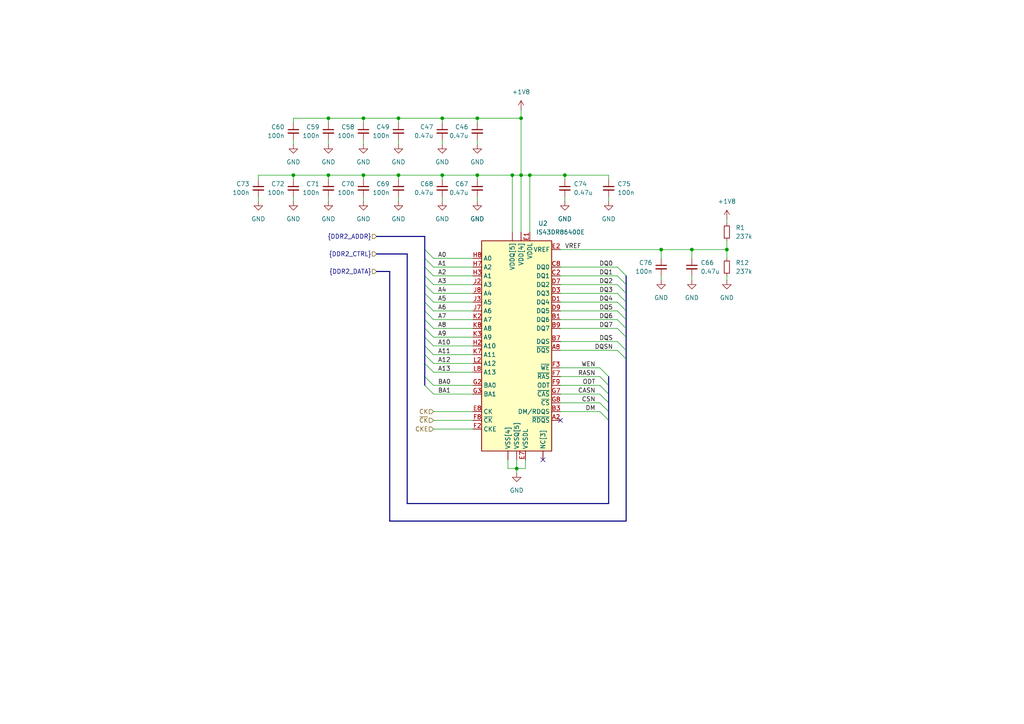
<source format=kicad_sch>
(kicad_sch (version 20231120) (generator "eeschema") (generator_version "8.0")
  (paper "A4")
  (title_block (title "${Project Designation}") (date "2024-06-30") (rev "${Revision}") (comment 1 "${Project Title}") (comment 2 "SRAM") (comment 3 "${Part Number}"))
  (lib_symbols
    (symbol "Device:C_Small" (pin_numbers hide) (pin_names (offset 0.254) hide)
      (property "Reference" "C" (at 0.254 1.778 0))
      (property "Value" "C_Small" (at 0.254 -2.032 0))
      (symbol "C_Small_0_1"
        (polyline (pts (xy -1.524 -0.508) (xy 1.524 -0.508)) (stroke (width 0.3302)))
        (polyline (pts (xy -1.524 0.508) (xy 1.524 0.508)) (stroke (width 0.3048)))
      )
      (symbol "C_Small_1_1"
        (pin passive line (at 0 2.54 270) (length 2.032) (name "~") (number "1"))
        (pin passive line (at 0 -2.54 90) (length 2.032) (name "~") (number "2"))
      )
    )
    (symbol "Device:R_Small" (pin_numbers hide) (pin_names (offset 0.254) hide)
      (property "Reference" "R" (at 0.762 0.508 0))
      (property "Value" "R_Small" (at 0.762 -1.016 0))
      (symbol "R_Small_0_1"
        (rectangle (start -0.762 1.778) (end 0.762 -1.778) (stroke (width 0.2032)))
      )
      (symbol "R_Small_1_1"
        (pin passive line (at 0 2.54 270) (length 0.762) (name "~") (number "1"))
        (pin passive line (at 0 -2.54 90) (length 0.762) (name "~") (number "2"))
      )
    )
    (symbol "ECAP5-BSOM:IS43DR86400E"
      (property "Reference" "U" (at -10.16 30.48 0))
      (property "Value" "IS43DR86400E" (at 4.826 30.48 0))
      (symbol "IS43DR86400E_0_0"
        (pin input line (at 7.62 -34.29 90) (length 2.54) (name "NC[3]") (number ""))
        (pin input line (at -1.27 31.75 270) (length 2.54) (name "VDDQ[5]") (number ""))
        (pin input line (at 1.27 31.75 270) (length 2.54) (name "VDD[4]") (number ""))
        (pin input line (at 0 -34.29 90) (length 2.54) (name "VSSQ[5]") (number ""))
        (pin input line (at -2.54 -34.29 90) (length 2.54) (name "VSS[4]") (number ""))
        (pin input line (at 1.27 31.75 270) (length 2.54) hide (name "VDD") (number "A1"))
        (pin input line (at 12.7 -22.86 180) (length 2.54) (name "~{RDQS}") (number "A2"))
        (pin input line (at -2.54 -34.29 90) (length 2.54) hide (name "VSS") (number "A3"))
        (pin input line (at 0 -34.29 90) (length 2.54) hide (name "VSSQ") (number "A7"))
        (pin input line (at 12.7 -2.54 180) (length 2.54) (name "~{DQS}") (number "A8"))
        (pin input line (at -1.27 31.75 270) (length 2.54) hide (name "VDDQ") (number "A9"))
        (pin input line (at 12.7 6.35 180) (length 2.54) (name "DQ6") (number "B1"))
        (pin input line (at 0 -34.29 90) (length 2.54) hide (name "VSSQ") (number "B2"))
        (pin input line (at 12.7 -20.32 180) (length 2.54) (name "DM/RDQS") (number "B3"))
        (pin input line (at 12.7 0 180) (length 2.54) (name "DQS") (number "B7"))
        (pin input line (at 0 -34.29 90) (length 2.54) hide (name "VSSQ") (number "B8"))
        (pin input line (at 12.7 3.81 180) (length 2.54) (name "DQ7") (number "B9"))
        (pin input line (at -1.27 31.75 270) (length 2.54) hide (name "VDDQ") (number "C1"))
        (pin input line (at 12.7 19.05 180) (length 2.54) (name "DQ1") (number "C2"))
        (pin input line (at -1.27 31.75 270) (length 2.54) hide (name "VDDQ") (number "C3"))
        (pin input line (at -1.27 31.75 270) (length 2.54) hide (name "VDDQ") (number "C7"))
        (pin input line (at 12.7 21.59 180) (length 2.54) (name "DQ0") (number "C8"))
        (pin input line (at -1.27 31.75 270) (length 2.54) hide (name "VDDQ") (number "C9"))
        (pin input line (at 12.7 11.43 180) (length 2.54) (name "DQ4") (number "D1"))
        (pin input line (at 0 -34.29 90) (length 2.54) hide (name "VSSQ") (number "D2"))
        (pin input line (at 12.7 13.97 180) (length 2.54) (name "DQ3") (number "D3"))
        (pin input line (at 12.7 16.51 180) (length 2.54) (name "DQ2") (number "D7"))
        (pin input line (at 0 -34.29 90) (length 2.54) hide (name "VSSQ") (number "D8"))
        (pin input line (at 12.7 8.89 180) (length 2.54) (name "DQ5") (number "D9"))
        (pin input line (at 3.81 31.75 270) (length 2.54) (name "VDDL") (number "E1"))
        (pin input line (at 12.7 26.67 180) (length 2.54) (name "VREF") (number "E2"))
        (pin input line (at -2.54 -34.29 90) (length 2.54) hide (name "VSS") (number "E3"))
        (pin input line (at 2.54 -34.29 90) (length 2.54) (name "VSSDL") (number "E7"))
        (pin input line (at -12.7 -20.32 0) (length 2.54) (name "CK") (number "E8"))
        (pin input line (at 1.27 31.75 270) (length 2.54) hide (name "VDD") (number "E9"))
        (pin input line (at -12.7 -25.4 0) (length 2.54) (name "CKE") (number "F2"))
        (pin input line (at 12.7 -7.62 180) (length 2.54) (name "~{WE}") (number "F3"))
        (pin input line (at 12.7 -10.16 180) (length 2.54) (name "~{RAS}") (number "F7"))
        (pin input line (at -12.7 -22.86 0) (length 2.54) (name "~{CK}") (number "F8"))
        (pin input line (at 12.7 -12.7 180) (length 2.54) (name "ODT") (number "F9"))
        (pin input line (at 7.62 -34.29 90) (length 2.54) hide (name "NC") (number "G1"))
        (pin input line (at -12.7 -12.7 0) (length 2.54) (name "BA0") (number "G2"))
        (pin input line (at -12.7 -15.24 0) (length 2.54) (name "BA1") (number "G3"))
        (pin input line (at 12.7 -15.24 180) (length 2.54) (name "~{CAS}") (number "G7"))
        (pin input line (at 12.7 -17.78 180) (length 2.54) (name "~{CS}") (number "G8"))
        (pin input line (at -12.7 -1.27 0) (length 2.54) (name "A10") (number "H2"))
        (pin input line (at -12.7 19.05 0) (length 2.54) (name "A1") (number "H3"))
        (pin input line (at -12.7 21.59 0) (length 2.54) (name "A2") (number "H7"))
        (pin input line (at -12.7 24.13 0) (length 2.54) (name "A0") (number "H8"))
        (pin input line (at 1.27 31.75 270) (length 2.54) hide (name "VDD") (number "H9"))
        (pin input line (at -2.54 -34.29 90) (length 2.54) hide (name "VSS") (number "J1"))
        (pin input line (at -12.7 16.51 0) (length 2.54) (name "A3") (number "J2"))
        (pin input line (at -12.7 11.43 0) (length 2.54) (name "A5") (number "J3"))
        (pin input line (at -12.7 8.89 0) (length 2.54) (name "A6") (number "J7"))
        (pin input line (at -12.7 13.97 0) (length 2.54) (name "A4") (number "J8"))
        (pin input line (at -12.7 6.35 0) (length 2.54) (name "A7") (number "K2"))
        (pin input line (at -12.7 1.27 0) (length 2.54) (name "A9") (number "K3"))
        (pin input line (at -12.7 -3.81 0) (length 2.54) (name "A11") (number "K7"))
        (pin input line (at -12.7 3.81 0) (length 2.54) (name "A8") (number "K8"))
        (pin input line (at -2.54 -34.29 90) (length 2.54) hide (name "VSS") (number "K9"))
        (pin input line (at 1.27 31.75 270) (length 2.54) hide (name "VDD") (number "L1"))
        (pin input line (at -12.7 -6.35 0) (length 2.54) (name "A12") (number "L2"))
        (pin input line (at 7.62 -34.29 90) (length 2.54) hide (name "NC") (number "L3"))
        (pin input line (at 7.62 -34.29 90) (length 2.54) hide (name "NC") (number "L7"))
        (pin input line (at -12.7 -8.89 0) (length 2.54) (name "A13") (number "L8"))
      )
      (symbol "IS43DR86400E_0_1"
        (rectangle (start -10.16 29.21) (end 10.16 -31.75) (stroke (width 0.254)) (fill (type background)))
      )
    )
    (symbol "power:+1V8" (power) (pin_numbers hide) (pin_names (offset 0) hide)
      (property "Value" "+1V8" (at 0 3.556 0))
      (symbol "+1V8_0_1"
        (polyline (pts (xy -0.762 1.27) (xy 0 2.54)))
        (polyline (pts (xy 0 0) (xy 0 2.54)))
        (polyline (pts (xy 0 2.54) (xy 0.762 1.27)))
      )
      (symbol "+1V8_1_1"
        (pin power_in line (at 0 0 90) (length 0) (name "~") (number "1"))
      )
    )
    (symbol "power:GND" (power) (pin_numbers hide) (pin_names (offset 0) hide)
      (property "Value" "GND" (at 0 -3.81 0))
      (symbol "GND_0_1"
        (polyline (pts (xy 0 0) (xy 0 -1.27) (xy 1.27 -1.27) (xy 0 -2.54) (xy -1.27 -1.27) (xy 0 -1.27)))
      )
      (symbol "GND_1_1"
        (pin power_in line (at 0 0 270) (length 0) (name "~") (number "1"))
      )
    )
  )
  (junction (at 115.57 50.8))
  (junction (at 128.27 34.29))
  (junction (at 191.77 72.39))
  (junction (at 115.57 34.29))
  (junction (at 105.41 34.29))
  (junction (at 138.43 50.8))
  (junction (at 95.25 34.29))
  (junction (at 151.13 50.8))
  (junction (at 138.43 34.29))
  (junction (at 200.66 72.39))
  (junction (at 153.67 50.8))
  (junction (at 163.83 50.8))
  (junction (at 85.09 50.8))
  (junction (at 149.86 135.89))
  (junction (at 151.13 34.29))
  (junction (at 148.59 50.8))
  (junction (at 210.82 72.39))
  (junction (at 95.25 50.8))
  (junction (at 105.41 50.8))
  (junction (at 128.27 50.8))
  (no_connect (at 157.48 133.35))
  (no_connect (at 162.56 121.92))
  (bus_entry (at 176.53 114.3) (size -2.54 -2.54))
  (bus_entry (at 181.61 82.55) (size -2.54 -2.54))
  (bus_entry (at 181.61 80.01) (size -2.54 -2.54))
  (bus_entry (at 123.19 105.41) (size 2.54 2.54))
  (bus_entry (at 181.61 92.71) (size -2.54 -2.54))
  (bus_entry (at 123.19 95.25) (size 2.54 2.54))
  (bus_entry (at 123.19 77.47) (size 2.54 2.54))
  (bus_entry (at 123.19 87.63) (size 2.54 2.54))
  (bus_entry (at 123.19 109.22) (size 2.54 2.54))
  (bus_entry (at 123.19 102.87) (size 2.54 2.54))
  (bus_entry (at 123.19 80.01) (size 2.54 2.54))
  (bus_entry (at 176.53 111.76) (size -2.54 -2.54))
  (bus_entry (at 176.53 119.38) (size -2.54 -2.54))
  (bus_entry (at 176.53 116.84) (size -2.54 -2.54))
  (bus_entry (at 181.61 104.14) (size -2.54 -2.54))
  (bus_entry (at 181.61 85.09) (size -2.54 -2.54))
  (bus_entry (at 123.19 74.93) (size 2.54 2.54))
  (bus_entry (at 176.53 109.22) (size -2.54 -2.54))
  (bus_entry (at 123.19 85.09) (size 2.54 2.54))
  (bus_entry (at 123.19 111.76) (size 2.54 2.54))
  (bus_entry (at 123.19 90.17) (size 2.54 2.54))
  (bus_entry (at 123.19 92.71) (size 2.54 2.54))
  (bus_entry (at 181.61 90.17) (size -2.54 -2.54))
  (bus_entry (at 181.61 87.63) (size -2.54 -2.54))
  (bus_entry (at 181.61 95.25) (size -2.54 -2.54))
  (bus_entry (at 123.19 97.79) (size 2.54 2.54))
  (bus_entry (at 181.61 101.6) (size -2.54 -2.54))
  (bus_entry (at 176.53 121.92) (size -2.54 -2.54))
  (bus_entry (at 123.19 72.39) (size 2.54 2.54))
  (bus_entry (at 181.61 97.79) (size -2.54 -2.54))
  (bus_entry (at 123.19 82.55) (size 2.54 2.54))
  (bus_entry (at 123.19 100.33) (size 2.54 2.54))
  (bus (pts (xy 113.03 151.13) (xy 113.03 78.74)))
  (wire (pts (xy 151.13 50.8) (xy 153.67 50.8)))
  (wire (pts (xy 105.41 40.64) (xy 105.41 41.91)))
  (wire (pts (xy 95.25 34.29) (xy 95.25 35.56)))
  (bus (pts (xy 181.61 90.17) (xy 181.61 87.63)))
  (wire (pts (xy 210.82 63.5) (xy 210.82 64.77)))
  (bus (pts (xy 181.61 92.71) (xy 181.61 90.17)))
  (wire (pts (xy 85.09 40.64) (xy 85.09 41.91)))
  (wire (pts (xy 125.73 82.55) (xy 137.16 82.55)))
  (wire (pts (xy 162.56 95.25) (xy 179.07 95.25)))
  (wire (pts (xy 128.27 34.29) (xy 115.57 34.29)))
  (wire (pts (xy 163.83 50.8) (xy 163.83 52.07)))
  (wire (pts (xy 148.59 50.8) (xy 151.13 50.8)))
  (wire (pts (xy 115.57 34.29) (xy 105.41 34.29)))
  (wire (pts (xy 149.86 133.35) (xy 149.86 135.89)))
  (bus (pts (xy 118.11 146.05) (xy 118.11 73.66)))
  (wire (pts (xy 125.73 107.95) (xy 137.16 107.95)))
  (bus (pts (xy 123.19 111.76) (xy 123.19 109.22)))
  (wire (pts (xy 125.73 85.09) (xy 137.16 85.09)))
  (bus (pts (xy 123.19 87.63) (xy 123.19 85.09)))
  (bus (pts (xy 123.19 90.17) (xy 123.19 87.63)))
  (wire (pts (xy 162.56 114.3) (xy 173.99 114.3)))
  (wire (pts (xy 125.73 87.63) (xy 137.16 87.63)))
  (wire (pts (xy 125.73 95.25) (xy 137.16 95.25)))
  (bus (pts (xy 176.53 111.76) (xy 176.53 109.22)))
  (wire (pts (xy 153.67 50.8) (xy 153.67 67.31)))
  (wire (pts (xy 125.73 90.17) (xy 137.16 90.17)))
  (wire (pts (xy 162.56 92.71) (xy 179.07 92.71)))
  (bus (pts (xy 176.53 146.05) (xy 118.11 146.05)))
  (bus (pts (xy 181.61 104.14) (xy 181.61 151.13)))
  (bus (pts (xy 123.19 105.41) (xy 123.19 102.87)))
  (wire (pts (xy 128.27 40.64) (xy 128.27 41.91)))
  (wire (pts (xy 148.59 50.8) (xy 148.59 67.31)))
  (wire (pts (xy 95.25 40.64) (xy 95.25 41.91)))
  (wire (pts (xy 162.56 72.39) (xy 191.77 72.39)))
  (bus (pts (xy 176.53 114.3) (xy 176.53 111.76)))
  (bus (pts (xy 123.19 100.33) (xy 123.19 97.79)))
  (bus (pts (xy 123.19 68.58) (xy 123.19 72.39)))
  (bus (pts (xy 181.61 101.6) (xy 181.61 104.14)))
  (bus (pts (xy 123.19 92.71) (xy 123.19 90.17)))
  (wire (pts (xy 128.27 57.15) (xy 128.27 58.42)))
  (wire (pts (xy 191.77 72.39) (xy 191.77 74.93)))
  (wire (pts (xy 105.41 50.8) (xy 95.25 50.8)))
  (wire (pts (xy 162.56 87.63) (xy 179.07 87.63)))
  (wire (pts (xy 210.82 80.01) (xy 210.82 81.28)))
  (wire (pts (xy 85.09 50.8) (xy 74.93 50.8)))
  (wire (pts (xy 173.99 111.76) (xy 162.56 111.76)))
  (wire (pts (xy 162.56 119.38) (xy 173.99 119.38)))
  (wire (pts (xy 138.43 34.29) (xy 128.27 34.29)))
  (wire (pts (xy 151.13 50.8) (xy 151.13 67.31)))
  (wire (pts (xy 128.27 50.8) (xy 128.27 52.07)))
  (wire (pts (xy 125.73 92.71) (xy 137.16 92.71)))
  (wire (pts (xy 138.43 57.15) (xy 138.43 58.42)))
  (wire (pts (xy 163.83 57.15) (xy 163.83 58.42)))
  (wire (pts (xy 115.57 57.15) (xy 115.57 58.42)))
  (wire (pts (xy 138.43 50.8) (xy 148.59 50.8)))
  (wire (pts (xy 125.73 102.87) (xy 137.16 102.87)))
  (bus (pts (xy 181.61 97.79) (xy 181.61 101.6)))
  (wire (pts (xy 151.13 34.29) (xy 151.13 50.8)))
  (wire (pts (xy 125.73 100.33) (xy 137.16 100.33)))
  (wire (pts (xy 162.56 109.22) (xy 173.99 109.22)))
  (wire (pts (xy 152.4 133.35) (xy 152.4 135.89)))
  (wire (pts (xy 210.82 72.39) (xy 210.82 74.93)))
  (wire (pts (xy 105.41 34.29) (xy 95.25 34.29)))
  (wire (pts (xy 74.93 57.15) (xy 74.93 58.42)))
  (wire (pts (xy 95.25 34.29) (xy 85.09 34.29)))
  (wire (pts (xy 74.93 50.8) (xy 74.93 52.07)))
  (wire (pts (xy 151.13 31.75) (xy 151.13 34.29)))
  (wire (pts (xy 149.86 135.89) (xy 149.86 137.16)))
  (bus (pts (xy 123.19 95.25) (xy 123.19 92.71)))
  (bus (pts (xy 123.19 80.01) (xy 123.19 77.47)))
  (wire (pts (xy 115.57 34.29) (xy 115.57 35.56)))
  (wire (pts (xy 115.57 40.64) (xy 115.57 41.91)))
  (bus (pts (xy 123.19 77.47) (xy 123.19 74.93)))
  (wire (pts (xy 125.73 97.79) (xy 137.16 97.79)))
  (bus (pts (xy 181.61 82.55) (xy 181.61 80.01)))
  (wire (pts (xy 147.32 133.35) (xy 147.32 135.89)))
  (wire (pts (xy 125.73 124.46) (xy 137.16 124.46)))
  (wire (pts (xy 125.73 121.92) (xy 137.16 121.92)))
  (wire (pts (xy 138.43 50.8) (xy 128.27 50.8)))
  (bus (pts (xy 123.19 74.93) (xy 123.19 72.39)))
  (wire (pts (xy 125.73 111.76) (xy 137.16 111.76)))
  (wire (pts (xy 105.41 34.29) (xy 105.41 35.56)))
  (bus (pts (xy 176.53 119.38) (xy 176.53 116.84)))
  (wire (pts (xy 179.07 77.47) (xy 162.56 77.47)))
  (wire (pts (xy 210.82 69.85) (xy 210.82 72.39)))
  (bus (pts (xy 181.61 85.09) (xy 181.61 82.55)))
  (wire (pts (xy 176.53 57.15) (xy 176.53 58.42)))
  (wire (pts (xy 85.09 57.15) (xy 85.09 58.42)))
  (bus (pts (xy 123.19 82.55) (xy 123.19 80.01)))
  (bus (pts (xy 109.22 68.58) (xy 123.19 68.58)))
  (wire (pts (xy 200.66 72.39) (xy 210.82 72.39)))
  (wire (pts (xy 138.43 40.64) (xy 138.43 41.91)))
  (wire (pts (xy 176.53 50.8) (xy 176.53 52.07)))
  (bus (pts (xy 118.11 73.66) (xy 109.22 73.66)))
  (wire (pts (xy 153.67 50.8) (xy 163.83 50.8)))
  (wire (pts (xy 95.25 50.8) (xy 95.25 52.07)))
  (wire (pts (xy 115.57 50.8) (xy 105.41 50.8)))
  (wire (pts (xy 115.57 50.8) (xy 115.57 52.07)))
  (wire (pts (xy 162.56 101.6) (xy 179.07 101.6)))
  (wire (pts (xy 152.4 135.89) (xy 149.86 135.89)))
  (wire (pts (xy 95.25 50.8) (xy 85.09 50.8)))
  (wire (pts (xy 200.66 80.01) (xy 200.66 81.28)))
  (wire (pts (xy 125.73 77.47) (xy 137.16 77.47)))
  (bus (pts (xy 123.19 109.22) (xy 123.19 105.41)))
  (wire (pts (xy 125.73 114.3) (xy 137.16 114.3)))
  (bus (pts (xy 176.53 121.92) (xy 176.53 146.05)))
  (wire (pts (xy 85.09 50.8) (xy 85.09 52.07)))
  (wire (pts (xy 162.56 80.01) (xy 179.07 80.01)))
  (wire (pts (xy 125.73 105.41) (xy 137.16 105.41)))
  (bus (pts (xy 176.53 116.84) (xy 176.53 114.3)))
  (bus (pts (xy 181.61 95.25) (xy 181.61 92.71)))
  (bus (pts (xy 123.19 85.09) (xy 123.19 82.55)))
  (wire (pts (xy 138.43 50.8) (xy 138.43 52.07)))
  (wire (pts (xy 95.25 57.15) (xy 95.25 58.42)))
  (bus (pts (xy 176.53 121.92) (xy 176.53 119.38)))
  (bus (pts (xy 123.19 102.87) (xy 123.19 100.33)))
  (wire (pts (xy 162.56 90.17) (xy 179.07 90.17)))
  (wire (pts (xy 162.56 82.55) (xy 179.07 82.55)))
  (wire (pts (xy 125.73 74.93) (xy 137.16 74.93)))
  (bus (pts (xy 123.19 97.79) (xy 123.19 95.25)))
  (wire (pts (xy 128.27 50.8) (xy 115.57 50.8)))
  (wire (pts (xy 147.32 135.89) (xy 149.86 135.89)))
  (wire (pts (xy 85.09 34.29) (xy 85.09 35.56)))
  (wire (pts (xy 128.27 34.29) (xy 128.27 35.56)))
  (bus (pts (xy 113.03 78.74) (xy 109.22 78.74)))
  (wire (pts (xy 163.83 50.8) (xy 176.53 50.8)))
  (wire (pts (xy 173.99 106.68) (xy 162.56 106.68)))
  (wire (pts (xy 200.66 74.93) (xy 200.66 72.39)))
  (wire (pts (xy 138.43 34.29) (xy 138.43 35.56)))
  (wire (pts (xy 105.41 57.15) (xy 105.41 58.42)))
  (wire (pts (xy 191.77 72.39) (xy 200.66 72.39)))
  (bus (pts (xy 181.61 87.63) (xy 181.61 85.09)))
  (wire (pts (xy 173.99 116.84) (xy 162.56 116.84)))
  (wire (pts (xy 125.73 119.38) (xy 137.16 119.38)))
  (wire (pts (xy 125.73 80.01) (xy 137.16 80.01)))
  (bus (pts (xy 181.61 151.13) (xy 113.03 151.13)))
  (wire (pts (xy 162.56 99.06) (xy 179.07 99.06)))
  (wire (pts (xy 162.56 85.09) (xy 179.07 85.09)))
  (wire (pts (xy 138.43 34.29) (xy 151.13 34.29)))
  (wire (pts (xy 191.77 80.01) (xy 191.77 81.28)))
  (bus (pts (xy 181.61 95.25) (xy 181.61 97.79)))
  (wire (pts (xy 105.41 50.8) (xy 105.41 52.07)))
  (label "A3" (at 127 82.55 0))
  (label "A9" (at 127 97.79 0))
  (label "BA1" (at 127 114.3 0))
  (label "DQSN" (at 177.8 101.6 180))
  (label "DQ7" (at 177.8 95.25 180))
  (label "DQS" (at 177.8 99.06 180))
  (label "DQ0" (at 177.8 77.47 180))
  (label "DQ3" (at 177.8 85.09 180))
  (label "DM" (at 172.72 119.38 180))
  (label "A5" (at 127 87.63 0))
  (label "A7" (at 127 92.71 0))
  (label "DQ1" (at 177.8 80.01 180))
  (label "CSN" (at 172.72 116.84 180))
  (label "A4" (at 127 85.09 0))
  (label "A6" (at 127 90.17 0))
  (label "WEN" (at 172.72 106.68 180))
  (label "DQ5" (at 177.8 90.17 180))
  (label "RASN" (at 172.72 109.22 180))
  (label "A0" (at 127 74.93 0))
  (label "A10" (at 127 100.33 0))
  (label "BA0" (at 127 111.76 0))
  (label "A13" (at 127 107.95 0))
  (label "DQ6" (at 177.8 92.71 180))
  (label "ODT" (at 172.72 111.76 180))
  (label "DQ2" (at 177.8 82.55 180))
  (label "VREF" (at 163.83 72.39 0))
  (label "A8" (at 127 95.25 0))
  (label "DQ4" (at 177.8 87.63 180))
  (label "A1" (at 127 77.47 0))
  (label "CASN" (at 172.72 114.3 180))
  (label "A12" (at 127 105.41 0))
  (label "A11" (at 127 102.87 0))
  (label "A2" (at 127 80.01 0))
  (hierarchical_label "CK" (shape input) (at 125.73 119.38 180))
  (hierarchical_label "{DDR2_CTRL}" (shape input) (at 109.22 73.66 180))
  (hierarchical_label "~{CK}" (shape input) (at 125.73 121.92 180))
  (hierarchical_label "{DDR2_ADDR}" (shape input) (at 109.22 68.58 180))
  (hierarchical_label "CKE" (shape input) (at 125.73 124.46 180))
  (hierarchical_label "{DDR2_DATA}" (shape input) (at 109.22 78.74 180))
  (symbol (lib_id "Device:C_Small") (at 85.09 38.1 0) (mirror y) (unit 1)
    (property "Reference" "C60" (at 82.55 36.8362 0) (effects (justify left)))
    (property "Value" "100n" (at 82.55 39.3762 0) (effects (justify left)))
    (property "Description" "Unpolarized capacitor, small symbol" (effects (hide yes)))
  )
  (symbol (lib_id "Device:C_Small") (at 115.57 54.61 0) (mirror y) (unit 1)
    (property "Reference" "C69" (at 113.03 53.3462 0) (effects (justify left)))
    (property "Value" "100n" (at 113.03 55.8862 0) (effects (justify left)))
    (property "Description" "Unpolarized capacitor, small symbol" (effects (hide yes)))
  )
  (symbol (lib_id "power:GND") (at 138.43 58.42 0) (mirror y) (unit 1)
    (property "Reference" "#PWR042" (effects (hide yes)))
    (property "Value" "GND" (at 138.43 63.5 0))
    (property "Description" "Power symbol creates a global label with name \"GND\" , ground" (effects (hide yes)))
  )
  (symbol (lib_id "Device:C_Small") (at 115.57 38.1 0) (mirror y) (unit 1)
    (property "Reference" "C49" (at 113.03 36.8362 0) (effects (justify left)))
    (property "Value" "100n" (at 113.03 39.3762 0) (effects (justify left)))
    (property "Description" "Unpolarized capacitor, small symbol" (effects (hide yes)))
  )
  (symbol (lib_id "Device:C_Small") (at 85.09 54.61 0) (mirror y) (unit 1)
    (property "Reference" "C72" (at 82.55 53.3462 0) (effects (justify left)))
    (property "Value" "100n" (at 82.55 55.8862 0) (effects (justify left)))
    (property "Description" "Unpolarized capacitor, small symbol" (effects (hide yes)))
  )
  (symbol (lib_id "Device:C_Small") (at 138.43 38.1 0) (mirror y) (unit 1)
    (property "Reference" "C46" (at 135.89 36.8362 0) (effects (justify left)))
    (property "Value" "0.47u" (at 135.89 39.3762 0) (effects (justify left)))
    (property "Description" "Unpolarized capacitor, small symbol" (effects (hide yes)))
  )
  (symbol (lib_id "power:GND") (at 200.66 81.28 0) (unit 1)
    (property "Reference" "#PWR074" (effects (hide yes)))
    (property "Value" "GND" (at 200.66 86.36 0))
    (property "Description" "Power symbol creates a global label with name \"GND\" , ground" (effects (hide yes)))
  )
  (symbol (lib_id "power:+1V8") (at 151.13 31.75 0) (unit 1)
    (property "Reference" "#PWR052" (effects (hide yes)))
    (property "Value" "+1V8" (at 151.13 26.67 0))
    (property "Description" "Power symbol creates a global label with name \"+1V8\"" (effects (hide yes)))
  )
  (symbol (lib_id "power:GND") (at 95.25 58.42 0) (mirror y) (unit 1)
    (property "Reference" "#PWR046" (effects (hide yes)))
    (property "Value" "GND" (at 95.25 63.5 0))
    (property "Description" "Power symbol creates a global label with name \"GND\" , ground" (effects (hide yes)))
  )
  (symbol (lib_id "power:GND") (at 115.57 58.42 0) (mirror y) (unit 1)
    (property "Reference" "#PWR044" (effects (hide yes)))
    (property "Value" "GND" (at 115.57 63.5 0))
    (property "Description" "Power symbol creates a global label with name \"GND\" , ground" (effects (hide yes)))
  )
  (symbol (lib_id "Device:C_Small") (at 138.43 54.61 0) (mirror y) (unit 1)
    (property "Reference" "C67" (at 135.89 53.3462 0) (effects (justify left)))
    (property "Value" "0.47u" (at 135.89 55.8862 0) (effects (justify left)))
    (property "Description" "Unpolarized capacitor, small symbol" (effects (hide yes)))
  )
  (symbol (lib_id "power:GND") (at 95.25 41.91 0) (mirror y) (unit 1)
    (property "Reference" "#PWR038" (effects (hide yes)))
    (property "Value" "GND" (at 95.25 46.99 0))
    (property "Description" "Power symbol creates a global label with name \"GND\" , ground" (effects (hide yes)))
  )
  (symbol (lib_id "Device:C_Small") (at 163.83 54.61 0) (unit 1)
    (property "Reference" "C74" (at 166.37 53.3462 0) (effects (justify left)))
    (property "Value" "0.47u" (at 166.37 55.8862 0) (effects (justify left)))
    (property "Description" "Unpolarized capacitor, small symbol" (effects (hide yes)))
  )
  (symbol (lib_id "power:+1V8") (at 210.82 63.5 0) (unit 1)
    (property "Reference" "#PWR041" (effects (hide yes)))
    (property "Value" "+1V8" (at 210.82 58.42 0))
    (property "Description" "Power symbol creates a global label with name \"+1V8\"" (effects (hide yes)))
  )
  (symbol (lib_id "power:GND") (at 191.77 81.28 0) (mirror y) (unit 1)
    (property "Reference" "#PWR075" (effects (hide yes)))
    (property "Value" "GND" (at 191.77 86.36 0))
    (property "Description" "Power symbol creates a global label with name \"GND\" , ground" (effects (hide yes)))
  )
  (symbol (lib_id "power:GND") (at 85.09 58.42 0) (mirror y) (unit 1)
    (property "Reference" "#PWR047" (effects (hide yes)))
    (property "Value" "GND" (at 85.09 63.5 0))
    (property "Description" "Power symbol creates a global label with name \"GND\" , ground" (effects (hide yes)))
  )
  (symbol (lib_id "Device:R_Small") (at 210.82 67.31 0) (unit 1)
    (property "Reference" "R1" (at 213.36 66.0399 0) (effects (justify left)))
    (property "Value" "237k" (at 213.36 68.5799 0) (effects (justify left)))
    (property "Description" "Resistor, small symbol" (effects (hide yes)))
  )
  (symbol (lib_id "Device:C_Small") (at 95.25 38.1 0) (mirror y) (unit 1)
    (property "Reference" "C59" (at 92.71 36.8362 0) (effects (justify left)))
    (property "Value" "100n" (at 92.71 39.3762 0) (effects (justify left)))
    (property "Description" "Unpolarized capacitor, small symbol" (effects (hide yes)))
  )
  (symbol (lib_id "power:GND") (at 128.27 58.42 0) (mirror y) (unit 1)
    (property "Reference" "#PWR043" (effects (hide yes)))
    (property "Value" "GND" (at 128.27 63.5 0))
    (property "Description" "Power symbol creates a global label with name \"GND\" , ground" (effects (hide yes)))
  )
  (symbol (lib_id "power:GND") (at 128.27 41.91 0) (mirror y) (unit 1)
    (property "Reference" "#PWR029" (effects (hide yes)))
    (property "Value" "GND" (at 128.27 46.99 0))
    (property "Description" "Power symbol creates a global label with name \"GND\" , ground" (effects (hide yes)))
  )
  (symbol (lib_id "Device:C_Small") (at 176.53 54.61 0) (unit 1)
    (property "Reference" "C75" (at 179.07 53.3462 0) (effects (justify left)))
    (property "Value" "100n" (at 179.07 55.8862 0) (effects (justify left)))
    (property "Description" "Unpolarized capacitor, small symbol" (effects (hide yes)))
  )
  (symbol (lib_id "power:GND") (at 149.86 137.16 0) (unit 1)
    (property "Reference" "#PWR024" (effects (hide yes)))
    (property "Value" "GND" (at 149.86 142.24 0))
    (property "Description" "Power symbol creates a global label with name \"GND\" , ground" (effects (hide yes)))
  )
  (symbol (lib_id "Device:C_Small") (at 95.25 54.61 0) (mirror y) (unit 1)
    (property "Reference" "C71" (at 92.71 53.3462 0) (effects (justify left)))
    (property "Value" "100n" (at 92.71 55.8862 0) (effects (justify left)))
    (property "Description" "Unpolarized capacitor, small symbol" (effects (hide yes)))
  )
  (symbol (lib_id "ECAP5-BSOM:IS43DR86400E") (at 149.86 99.06 0) (unit 1)
    (property "Reference" "U2" (at 157.48 64.8014 0))
    (property "Value" "IS43DR86400E" (at 162.56 67.3414 0))
    (property "Datasheet" "https://www.mouser.fr/datasheet/2/198/43_46DR86400E_16320E-1102465.pdf" (effects (hide yes)))
    (property "Description" "32Mx16 DDR2 DRAM" (effects (hide yes)))
  )
  (symbol (lib_id "Device:C_Small") (at 191.77 77.47 0) (mirror y) (unit 1)
    (property "Reference" "C76" (at 189.23 76.2062 0) (effects (justify left)))
    (property "Value" "100n" (at 189.23 78.7462 0) (effects (justify left)))
    (property "Description" "Unpolarized capacitor, small symbol" (effects (hide yes)))
  )
  (symbol (lib_id "power:GND") (at 210.82 81.28 0) (unit 1)
    (property "Reference" "#PWR057" (effects (hide yes)))
    (property "Value" "GND" (at 210.82 86.36 0))
    (property "Description" "Power symbol creates a global label with name \"GND\" , ground" (effects (hide yes)))
  )
  (symbol (lib_id "Device:C_Small") (at 74.93 54.61 0) (mirror y) (unit 1)
    (property "Reference" "C73" (at 72.39 53.3462 0) (effects (justify left)))
    (property "Value" "100n" (at 72.39 55.8862 0) (effects (justify left)))
    (property "Description" "Unpolarized capacitor, small symbol" (effects (hide yes)))
  )
  (symbol (lib_id "Device:C_Small") (at 105.41 54.61 0) (mirror y) (unit 1)
    (property "Reference" "C70" (at 102.87 53.3462 0) (effects (justify left)))
    (property "Value" "100n" (at 102.87 55.8862 0) (effects (justify left)))
    (property "Description" "Unpolarized capacitor, small symbol" (effects (hide yes)))
  )
  (symbol (lib_id "power:GND") (at 105.41 41.91 0) (mirror y) (unit 1)
    (property "Reference" "#PWR037" (effects (hide yes)))
    (property "Value" "GND" (at 105.41 46.99 0))
    (property "Description" "Power symbol creates a global label with name \"GND\" , ground" (effects (hide yes)))
  )
  (symbol (lib_id "Device:C_Small") (at 128.27 38.1 0) (mirror y) (unit 1)
    (property "Reference" "C47" (at 125.73 36.8362 0) (effects (justify left)))
    (property "Value" "0.47u" (at 125.73 39.3762 0) (effects (justify left)))
    (property "Description" "Unpolarized capacitor, small symbol" (effects (hide yes)))
  )
  (symbol (lib_id "power:GND") (at 163.83 58.42 0) (unit 1)
    (property "Reference" "#PWR050" (effects (hide yes)))
    (property "Value" "GND" (at 163.83 63.5 0))
    (property "Description" "Power symbol creates a global label with name \"GND\" , ground" (effects (hide yes)))
  )
  (symbol (lib_id "Device:C_Small") (at 200.66 77.47 0) (unit 1)
    (property "Reference" "C66" (at 203.2 76.2062 0) (effects (justify left)))
    (property "Value" "0.47u" (at 203.2 78.7462 0) (effects (justify left)))
    (property "Description" "Unpolarized capacitor, small symbol" (effects (hide yes)))
  )
  (symbol (lib_id "power:GND") (at 105.41 58.42 0) (mirror y) (unit 1)
    (property "Reference" "#PWR045" (effects (hide yes)))
    (property "Value" "GND" (at 105.41 63.5 0))
    (property "Description" "Power symbol creates a global label with name \"GND\" , ground" (effects (hide yes)))
  )
  (symbol (lib_id "Device:C_Small") (at 128.27 54.61 0) (mirror y) (unit 1)
    (property "Reference" "C68" (at 125.73 53.3462 0) (effects (justify left)))
    (property "Value" "0.47u" (at 125.73 55.8862 0) (effects (justify left)))
    (property "Description" "Unpolarized capacitor, small symbol" (effects (hide yes)))
  )
  (symbol (lib_id "Device:C_Small") (at 105.41 38.1 0) (mirror y) (unit 1)
    (property "Reference" "C58" (at 102.87 36.8362 0) (effects (justify left)))
    (property "Value" "100n" (at 102.87 39.3762 0) (effects (justify left)))
    (property "Description" "Unpolarized capacitor, small symbol" (effects (hide yes)))
  )
  (symbol (lib_id "power:GND") (at 176.53 58.42 0) (unit 1)
    (property "Reference" "#PWR051" (effects (hide yes)))
    (property "Value" "GND" (at 176.53 63.5 0))
    (property "Description" "Power symbol creates a global label with name \"GND\" , ground" (effects (hide yes)))
  )
  (symbol (lib_id "power:GND") (at 74.93 58.42 0) (mirror y) (unit 1)
    (property "Reference" "#PWR048" (effects (hide yes)))
    (property "Value" "GND" (at 74.93 63.5 0))
    (property "Description" "Power symbol creates a global label with name \"GND\" , ground" (effects (hide yes)))
  )
  (symbol (lib_id "power:GND") (at 85.09 41.91 0) (mirror y) (unit 1)
    (property "Reference" "#PWR040" (effects (hide yes)))
    (property "Value" "GND" (at 85.09 46.99 0))
    (property "Description" "Power symbol creates a global label with name \"GND\" , ground" (effects (hide yes)))
  )
  (symbol (lib_id "Device:R_Small") (at 210.82 77.47 0) (unit 1)
    (property "Reference" "R12" (at 213.36 76.1999 0) (effects (justify left)))
    (property "Value" "237k" (at 213.36 78.7399 0) (effects (justify left)))
    (property "Description" "Resistor, small symbol" (effects (hide yes)))
  )
  (symbol (lib_id "power:GND") (at 138.43 41.91 0) (mirror y) (unit 1)
    (property "Reference" "#PWR012" (effects (hide yes)))
    (property "Value" "GND" (at 138.43 46.99 0))
    (property "Description" "Power symbol creates a global label with name \"GND\" , ground" (effects (hide yes)))
  )
  (symbol (lib_id "power:GND") (at 115.57 41.91 0) (mirror y) (unit 1)
    (property "Reference" "#PWR032" (effects (hide yes)))
    (property "Value" "GND" (at 115.57 46.99 0))
    (property "Description" "Power symbol creates a global label with name \"GND\" , ground" (effects (hide yes)))
  )
)
</source>
